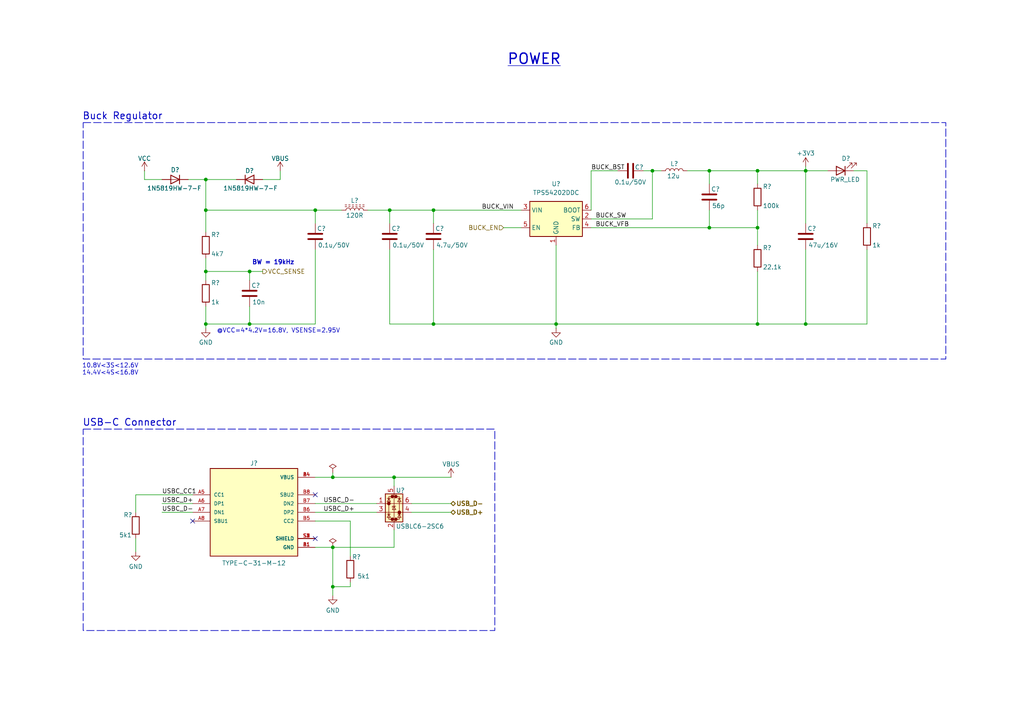
<source format=kicad_sch>
(kicad_sch (version 20250114) (generator "eeschema") (generator_version "9.0")
  (paper "A4")
  (title_block (title "STM32F405 ESC") (rev "0.0.1") (company "mangoByte"))
  (lib_symbols
    (symbol "Device:C" (pin_numbers (hide yes)) (pin_names (offset 0.254))
      (property "Reference" "C" (at 0.635 2.54 0))
      (property "Value" "C" (at 0.635 -2.54 0))
      (symbol "C_0_1"
        (polyline (pts (xy -2.032 0.762) (xy 2.032 0.762)) (stroke (width 0.508)))
        (polyline (pts (xy -2.032 -0.762) (xy 2.032 -0.762)) (stroke (width 0.508)))
      )
      (symbol "C_1_1"
        (pin passive line (at 0 3.81 270) (length 2.794) (name "~") (number "1"))
        (pin passive line (at 0 -3.81 90) (length 2.794) (name "~") (number "2"))
      )
    )
    (symbol "Device:D" (pin_numbers (hide yes)) (pin_names (offset 1.016) (hide yes))
      (property "Reference" "D" (at 0 2.54 0))
      (property "Value" "D" (at 0 -2.54 0))
      (symbol "D_0_1"
        (polyline (pts (xy -1.27 1.27) (xy -1.27 -1.27)) (stroke (width 0.254)))
        (polyline (pts (xy 1.27 1.27) (xy 1.27 -1.27) (xy -1.27 0) (xy 1.27 1.27)) (stroke (width 0.254)))
        (polyline (pts (xy 1.27 0) (xy -1.27 0)))
      )
      (symbol "D_1_1"
        (pin passive line (at -3.81 0 0) (length 2.54) (name "K") (number "1"))
        (pin passive line (at 3.81 0 180) (length 2.54) (name "A") (number "2"))
      )
    )
    (symbol "Device:LED" (pin_numbers (hide yes)) (pin_names (offset 1.016) (hide yes))
      (property "Reference" "D" (at 0 2.54 0))
      (property "Value" "LED" (at 0 -2.54 0))
      (symbol "LED_0_1"
        (polyline (pts (xy -3.048 -0.762) (xy -4.572 -2.286) (xy -3.81 -2.286) (xy -4.572 -2.286) (xy -4.572 -1.524)))
        (polyline (pts (xy -1.778 -0.762) (xy -3.302 -2.286) (xy -2.54 -2.286) (xy -3.302 -2.286) (xy -3.302 -1.524)))
        (polyline (pts (xy -1.27 0) (xy 1.27 0)))
        (polyline (pts (xy -1.27 -1.27) (xy -1.27 1.27)) (stroke (width 0.254)))
        (polyline (pts (xy 1.27 -1.27) (xy 1.27 1.27) (xy -1.27 0) (xy 1.27 -1.27)) (stroke (width 0.254)))
      )
      (symbol "LED_1_1"
        (pin passive line (at -3.81 0 0) (length 2.54) (name "K") (number "1"))
        (pin passive line (at 3.81 0 180) (length 2.54) (name "A") (number "2"))
      )
    )
    (symbol "Device:L_Ferrite" (pin_numbers (hide yes)) (pin_names (offset 1.016) (hide yes))
      (property "Reference" "L" (at -1.27 0 90))
      (property "Value" "L_Ferrite" (at 2.794 0 90))
      (symbol "L_Ferrite_0_1"
        (arc (start 0 2.54) (mid 0.6323 1.905) (end 0 1.27))
        (arc (start 0 1.27) (mid 0.6323 0.635) (end 0 0))
        (arc (start 0 0) (mid 0.6323 -0.635) (end 0 -1.27))
        (arc (start 0 -1.27) (mid 0.6323 -1.905) (end 0 -2.54))
        (polyline (pts (xy 1.016 2.286) (xy 1.016 2.794)))
        (polyline (pts (xy 1.016 1.27) (xy 1.016 1.778)))
        (polyline (pts (xy 1.016 0.254) (xy 1.016 0.762)))
        (polyline (pts (xy 1.016 -0.762) (xy 1.016 -0.254)))
        (polyline (pts (xy 1.016 -1.778) (xy 1.016 -1.27)))
        (polyline (pts (xy 1.016 -2.794) (xy 1.016 -2.286)))
        (polyline (pts (xy 1.524 2.794) (xy 1.524 2.286)))
        (polyline (pts (xy 1.524 1.778) (xy 1.524 1.27)))
        (polyline (pts (xy 1.524 0.762) (xy 1.524 0.254)))
        (polyline (pts (xy 1.524 -0.254) (xy 1.524 -0.762)))
        (polyline (pts (xy 1.524 -1.27) (xy 1.524 -1.778)))
        (polyline (pts (xy 1.524 -2.286) (xy 1.524 -2.794)))
      )
      (symbol "L_Ferrite_1_1"
        (pin passive line (at 0 3.81 270) (length 1.27) (name "1") (number "1"))
        (pin passive line (at 0 -3.81 90) (length 1.27) (name "2") (number "2"))
      )
    )
    (symbol "Device:R" (pin_numbers (hide yes)) (pin_names (offset 0))
      (property "Reference" "R" (at 2.032 0 90))
      (property "Value" "R" (at 0 0 90))
      (symbol "R_0_1"
        (rectangle (start -1.016 -2.54) (end 1.016 2.54) (stroke (width 0.254)))
      )
      (symbol "R_1_1"
        (pin passive line (at 0 3.81 270) (length 1.27) (name "~") (number "1"))
        (pin passive line (at 0 -3.81 90) (length 1.27) (name "~") (number "2"))
      )
    )
    (symbol "No silk screen devices:L" (pin_numbers (hide yes)) (pin_names (offset 1.016) (hide yes))
      (property "Reference" "L" (at -1.27 0 90))
      (property "Value" "L" (at 1.905 0 90))
      (symbol "L_0_1"
        (arc (start 0 2.54) (mid 0.6323 1.905) (end 0 1.27))
        (arc (start 0 1.27) (mid 0.6323 0.635) (end 0 0))
        (arc (start 0 0) (mid 0.6323 -0.635) (end 0 -1.27))
        (arc (start 0 -1.27) (mid 0.6323 -1.905) (end 0 -2.54))
      )
      (symbol "L_1_1"
        (pin passive line (at 0 3.81 270) (length 1.27) (name "1") (number "1"))
        (pin passive line (at 0 -3.81 90) (length 1.27) (name "2") (number "2"))
      )
    )
    (symbol "No silk screen devices:R" (pin_numbers (hide yes)) (pin_names (offset 0))
      (property "Reference" "R" (at 2.032 0 90))
      (property "Value" "R" (at 0 0 90))
      (symbol "R_0_1"
        (rectangle (start -1.016 -2.54) (end 1.016 2.54) (stroke (width 0.254)))
      )
      (symbol "R_1_1"
        (pin passive line (at 0 3.81 270) (length 1.27) (name "~") (number "1"))
        (pin passive line (at 0 -3.81 90) (length 1.27) (name "~") (number "2"))
      )
    )
    (symbol "Power_Protection:USBLC6-2SC6" (pin_names (hide yes))
      (property "Reference" "U" (at 0.635 5.715 0))
      (property "Value" "USBLC6-2SC6" (at 0.635 3.81 0))
      (symbol "USBLC6-2SC6_0_0"
        (circle (center -1.524 0) (radius 0.0001) (stroke (width 0.508)))
        (circle (center -0.508 2.032) (radius 0.0001) (stroke (width 0.508)))
        (circle (center -0.508 -4.572) (radius 0.0001) (stroke (width 0.508)))
        (circle (center 0.508 2.032) (radius 0.0001) (stroke (width 0.508)))
        (circle (center 0.508 -4.572) (radius 0.0001) (stroke (width 0.508)))
        (circle (center 1.524 -2.54) (radius 0.0001) (stroke (width 0.508)))
      )
      (symbol "USBLC6-2SC6_0_1"
        (polyline (pts (xy -2.54 0) (xy 2.54 0)))
        (polyline (pts (xy -2.54 -2.54) (xy 2.54 -2.54)))
        (polyline (pts (xy -2.032 0.508) (xy -1.016 0.508) (xy -1.524 1.524) (xy -2.032 0.508)))
        (polyline (pts (xy -2.032 -3.048) (xy -1.016 -3.048)))
        (polyline (pts (xy -1.016 1.524) (xy -2.032 1.524)))
        (polyline (pts (xy -1.016 -4.064) (xy -2.032 -4.064) (xy -1.524 -3.048) (xy -1.016 -4.064)))
        (polyline (pts (xy -0.508 -1.143) (xy -0.508 -0.762) (xy 0.508 -0.762)))
        (polyline (pts (xy 0 2.54) (xy -0.508 2.032) (xy 0.508 2.032) (xy 0 1.524) (xy 0 -4.064) (xy -0.508 -4.572) (xy 0.508 -4.572) (xy 0 -5.08)))
        (polyline (pts (xy 0.508 -1.778) (xy -0.508 -1.778) (xy 0 -0.762) (xy 0.508 -1.778)))
        (polyline (pts (xy 1.016 1.524) (xy 2.032 1.524)))
        (polyline (pts (xy 1.016 -3.048) (xy 2.032 -3.048)))
        (polyline (pts (xy 2.032 0.508) (xy 1.016 0.508) (xy 1.524 1.524) (xy 2.032 0.508)))
        (polyline (pts (xy 2.032 -4.064) (xy 1.016 -4.064) (xy 1.524 -3.048) (xy 2.032 -4.064)))
      )
      (symbol "USBLC6-2SC6_1_1"
        (rectangle (start -2.54 2.794) (end 2.54 -5.334) (stroke (width 0.254)) (fill (type background)))
        (polyline (pts (xy -0.508 2.032) (xy -1.524 2.032) (xy -1.524 -4.572) (xy -0.508 -4.572)))
        (polyline (pts (xy 0.508 -4.572) (xy 1.524 -4.572) (xy 1.524 2.032) (xy 0.508 2.032)))
        (pin passive line (at -5.08 0 0) (length 2.54) (name "I/O1") (number "1"))
        (pin passive line (at -5.08 -2.54 0) (length 2.54) (name "I/O2") (number "3"))
        (pin passive line (at 0 5.08 270) (length 2.54) (name "VBUS") (number "5"))
        (pin passive line (at 0 -7.62 90) (length 2.54) (name "GND") (number "2"))
        (pin passive line (at 5.08 0 180) (length 2.54) (name "I/O1") (number "6"))
        (pin passive line (at 5.08 -2.54 180) (length 2.54) (name "I/O2") (number "4"))
      )
    )
    (symbol "Regulator_Switching:TPS54202DDC"
      (property "Reference" "U" (at -7.62 6.35 0))
      (property "Value" "TPS54202DDC" (at 0 6.35 0))
      (symbol "TPS54202DDC_0_1"
        (rectangle (start -7.62 5.08) (end 7.62 -5.08) (stroke (width 0.254)) (fill (type background)))
      )
      (symbol "TPS54202DDC_1_1"
        (pin power_in line (at -10.16 2.54 0) (length 2.54) (name "VIN") (number "3"))
        (pin input line (at -10.16 -2.54 0) (length 2.54) (name "EN") (number "5"))
        (pin power_in line (at 0 -7.62 90) (length 2.54) (name "GND") (number "1"))
        (pin passive line (at 10.16 2.54 180) (length 2.54) (name "BOOT") (number "6"))
        (pin power_out line (at 10.16 0 180) (length 2.54) (name "SW") (number "2"))
        (pin input line (at 10.16 -2.54 180) (length 2.54) (name "FB") (number "4"))
      )
    )
    (symbol "TYPE-C-31-M-12:TYPE-C-31-M-12" (pin_names (offset 1.016))
      (property "Reference" "J" (at -12.7 13.462 0))
      (property "Value" "TYPE-C-31-M-12" (at -12.7 -13.462 0))
      (symbol "TYPE-C-31-M-12_0_0"
        (rectangle (start -12.7 -12.7) (end 12.7 12.7) (stroke (width 0.254)) (fill (type background)))
        (pin bidirectional line (at -17.78 5.08 0) (length 5.08) (name "CC1") (number "A5"))
        (pin bidirectional line (at -17.78 2.54 0) (length 5.08) (name "DP1") (number "A6"))
        (pin bidirectional line (at -17.78 0 0) (length 5.08) (name "DN1") (number "A7"))
        (pin bidirectional line (at -17.78 -2.54 0) (length 5.08) (name "SBU1") (number "A8"))
        (pin bidirectional line (at 17.78 5.08 180) (length 5.08) (name "SBU2") (number "B8"))
        (pin bidirectional line (at 17.78 2.54 180) (length 5.08) (name "DN2") (number "B7"))
        (pin bidirectional line (at 17.78 0 180) (length 5.08) (name "DP2") (number "B6"))
        (pin bidirectional line (at 17.78 -2.54 180) (length 5.08) (name "CC2") (number "B5"))
        (pin passive line (at 17.78 -7.62 180) (length 5.08) (name "SHIELD") (number "S1"))
        (pin passive line (at 17.78 -7.62 180) (length 5.08) (name "SHIELD") (number "S2"))
        (pin passive line (at 17.78 -7.62 180) (length 5.08) (name "SHIELD") (number "S3"))
        (pin passive line (at 17.78 -7.62 180) (length 5.08) (name "SHIELD") (number "S4"))
      )
      (symbol "TYPE-C-31-M-12_1_0"
        (pin power_in line (at 17.78 10.16 180) (length 5.08) (name "VBUS") (number "A4"))
        (pin power_in line (at 17.78 10.16 180) (length 5.08) (name "VBUS") (number "B4"))
        (pin power_in line (at 17.78 -10.16 180) (length 5.08) (name "GND") (number "A1"))
        (pin power_in line (at 17.78 -10.16 180) (length 5.08) (name "GND") (number "B1"))
      )
    )
    (symbol "power:+3V3" (power) (pin_numbers (hide yes)) (pin_names (offset 0) (hide yes))
      (property "Value" "+3V3" (at 0 3.556 0))
      (symbol "+3V3_0_1"
        (polyline (pts (xy -0.762 1.27) (xy 0 2.54)))
        (polyline (pts (xy 0 2.54) (xy 0.762 1.27)))
        (polyline (pts (xy 0 0) (xy 0 2.54)))
      )
      (symbol "+3V3_1_1"
        (pin power_in line (at 0 0 90) (length 0) (name "~") (number "1"))
      )
    )
    (symbol "power:GND" (power) (pin_numbers (hide yes)) (pin_names (offset 0) (hide yes))
      (property "Value" "GND" (at 0 -3.81 0))
      (symbol "GND_0_1"
        (polyline (pts (xy 0 0) (xy 0 -1.27) (xy 1.27 -1.27) (xy 0 -2.54) (xy -1.27 -1.27) (xy 0 -1.27)))
      )
      (symbol "GND_1_1"
        (pin power_in line (at 0 0 270) (length 0) (name "~") (number "1"))
      )
    )
    (symbol "power:PWR_FLAG" (power) (pin_numbers (hide yes)) (pin_names (offset 0) (hide yes))
      (property "Value" "PWR_FLAG" (at 0 3.81 0))
      (symbol "PWR_FLAG_0_0"
        (pin power_out line (at 0 0 90) (length 0) (name "~") (number "1"))
      )
      (symbol "PWR_FLAG_0_1"
        (polyline (pts (xy 0 0) (xy 0 1.27) (xy -1.016 1.905) (xy 0 2.54) (xy 1.016 1.905) (xy 0 1.27)))
      )
    )
    (symbol "power:VBUS" (power) (pin_numbers (hide yes)) (pin_names (offset 0) (hide yes))
      (property "Value" "VBUS" (at 0 3.556 0))
      (symbol "VBUS_0_1"
        (polyline (pts (xy -0.762 1.27) (xy 0 2.54)))
        (polyline (pts (xy 0 2.54) (xy 0.762 1.27)))
        (polyline (pts (xy 0 0) (xy 0 2.54)))
      )
      (symbol "VBUS_1_1"
        (pin power_in line (at 0 0 90) (length 0) (name "~") (number "1"))
      )
    )
    (symbol "power:VCC" (power) (pin_numbers (hide yes)) (pin_names (offset 0) (hide yes))
      (property "Value" "VCC" (at 0 3.556 0))
      (symbol "VCC_0_1"
        (polyline (pts (xy -0.762 1.27) (xy 0 2.54)))
        (polyline (pts (xy 0 2.54) (xy 0.762 1.27)))
        (polyline (pts (xy 0 0) (xy 0 2.54)))
      )
      (symbol "VCC_1_1"
        (pin power_in line (at 0 0 90) (length 0) (name "~") (number "1"))
      )
    )
  )
  (rectangle (start 24.13 35.56) (end 274.32 104.14) (stroke (width 0.2) (type dash)))
  (rectangle (start 24.13 124.46) (end 143.51 182.88) (stroke (width 0.2) (type dash)))
  (text "10.8V<3S<12.6V\n14.4V<4S<16.8V" (at 32.004 107.188 0) (effects (font (size 1.27 1.27))))
  (text "BW = 19kHz" (at 79.248 76.2 0) (effects (font (size 1.27 1.27) (thickness 0.254) (bold yes))))
  (text "USB-C Connector" (at 37.592 122.682 0) (effects (font (size 2 2) (thickness 0.254) (bold yes))))
  (text "POWER" (at 154.94 17.272 0) (effects (font (size 3 3) (thickness 0.4) (bold yes))))
  (text "@VCC=4*4.2V=16.8V, VSENSE=2.95V" (at 80.772 96.012 0) (effects (font (size 1.27 1.27))))
  (text "Buck Regulator" (at 35.56 33.782 0) (effects (font (size 2 2) (thickness 0.254) (bold yes))))
  (junction (at 59.69 60.96))
  (junction (at 205.74 49.53))
  (junction (at 96.52 138.43))
  (junction (at 205.74 66.04))
  (junction (at 91.44 60.96))
  (junction (at 233.68 49.53))
  (junction (at 59.69 93.98))
  (junction (at 113.03 60.96))
  (junction (at 125.73 60.96))
  (junction (at 96.52 158.75))
  (junction (at 114.3 138.43))
  (junction (at 219.71 93.98))
  (junction (at 189.23 49.53))
  (junction (at 233.68 93.98))
  (junction (at 72.39 93.98))
  (junction (at 219.71 66.04))
  (junction (at 96.52 170.18))
  (junction (at 72.39 78.74))
  (junction (at 219.71 49.53))
  (junction (at 59.69 52.07))
  (junction (at 125.73 93.98))
  (junction (at 59.69 78.74))
  (junction (at 161.29 93.98))
  (no_connect (at 91.44 143.51))
  (no_connect (at 55.88 151.13))
  (no_connect (at 91.44 156.21))
  (wire (pts (xy 72.39 88.9) (xy 72.39 93.98)))
  (wire (pts (xy 59.69 95.25) (xy 59.69 93.98)))
  (wire (pts (xy 199.39 49.53) (xy 205.74 49.53)))
  (wire (pts (xy 59.69 52.07) (xy 59.69 60.96)))
  (wire (pts (xy 219.71 49.53) (xy 233.68 49.53)))
  (wire (pts (xy 101.6 151.13) (xy 101.6 161.29)))
  (wire (pts (xy 39.37 143.51) (xy 39.37 148.59)))
  (wire (pts (xy 113.03 60.96) (xy 113.03 64.77)))
  (wire (pts (xy 171.45 49.53) (xy 179.07 49.53)))
  (wire (pts (xy 161.29 93.98) (xy 161.29 95.25)))
  (wire (pts (xy 233.68 48.26) (xy 233.68 49.53)))
  (wire (pts (xy 114.3 138.43) (xy 130.81 138.43)))
  (wire (pts (xy 219.71 66.04) (xy 219.71 71.12)))
  (wire (pts (xy 125.73 93.98) (xy 161.29 93.98)))
  (polyline (pts (xy 147.32 19.05) (xy 162.56 19.05)))
  (wire (pts (xy 219.71 53.34) (xy 219.71 49.53)))
  (wire (pts (xy 91.44 146.05) (xy 109.22 146.05)))
  (wire (pts (xy 59.69 81.28) (xy 59.69 78.74)))
  (wire (pts (xy 125.73 60.96) (xy 151.13 60.96)))
  (wire (pts (xy 91.44 151.13) (xy 101.6 151.13)))
  (wire (pts (xy 72.39 81.28) (xy 72.39 78.74)))
  (wire (pts (xy 125.73 60.96) (xy 125.73 64.77)))
  (wire (pts (xy 171.45 66.04) (xy 205.74 66.04)))
  (wire (pts (xy 247.65 49.53) (xy 251.46 49.53)))
  (wire (pts (xy 96.52 138.43) (xy 114.3 138.43)))
  (wire (pts (xy 119.38 146.05) (xy 130.81 146.05)))
  (wire (pts (xy 91.44 60.96) (xy 99.06 60.96)))
  (wire (pts (xy 96.52 170.18) (xy 96.52 172.72)))
  (wire (pts (xy 72.39 78.74) (xy 76.2 78.74)))
  (wire (pts (xy 41.91 52.07) (xy 46.99 52.07)))
  (wire (pts (xy 113.03 60.96) (xy 125.73 60.96)))
  (wire (pts (xy 106.68 60.96) (xy 113.03 60.96)))
  (wire (pts (xy 113.03 93.98) (xy 125.73 93.98)))
  (wire (pts (xy 114.3 153.67) (xy 114.3 158.75)))
  (wire (pts (xy 54.61 52.07) (xy 59.69 52.07)))
  (wire (pts (xy 91.44 138.43) (xy 96.52 138.43)))
  (wire (pts (xy 91.44 148.59) (xy 109.22 148.59)))
  (wire (pts (xy 114.3 138.43) (xy 114.3 140.97)))
  (wire (pts (xy 46.99 148.59) (xy 55.88 148.59)))
  (wire (pts (xy 113.03 72.39) (xy 113.03 93.98)))
  (wire (pts (xy 219.71 93.98) (xy 161.29 93.98)))
  (wire (pts (xy 219.71 60.96) (xy 219.71 66.04)))
  (wire (pts (xy 91.44 93.98) (xy 72.39 93.98)))
  (wire (pts (xy 101.6 168.91) (xy 101.6 170.18)))
  (wire (pts (xy 96.52 137.16) (xy 96.52 138.43)))
  (wire (pts (xy 171.45 63.5) (xy 189.23 63.5)))
  (wire (pts (xy 59.69 60.96) (xy 91.44 60.96)))
  (wire (pts (xy 119.38 148.59) (xy 130.81 148.59)))
  (wire (pts (xy 251.46 49.53) (xy 251.46 64.77)))
  (wire (pts (xy 76.2 52.07) (xy 81.28 52.07)))
  (wire (pts (xy 233.68 64.77) (xy 233.68 49.53)))
  (wire (pts (xy 101.6 170.18) (xy 96.52 170.18)))
  (wire (pts (xy 161.29 71.12) (xy 161.29 93.98)))
  (wire (pts (xy 46.99 146.05) (xy 55.88 146.05)))
  (wire (pts (xy 81.28 49.53) (xy 81.28 52.07)))
  (wire (pts (xy 59.69 78.74) (xy 59.69 74.93)))
  (wire (pts (xy 72.39 93.98) (xy 59.69 93.98)))
  (wire (pts (xy 91.44 72.39) (xy 91.44 93.98)))
  (wire (pts (xy 219.71 78.74) (xy 219.71 93.98)))
  (wire (pts (xy 96.52 158.75) (xy 96.52 170.18)))
  (wire (pts (xy 205.74 60.96) (xy 205.74 66.04)))
  (wire (pts (xy 41.91 49.53) (xy 41.91 52.07)))
  (wire (pts (xy 125.73 72.39) (xy 125.73 93.98)))
  (wire (pts (xy 151.13 66.04) (xy 146.05 66.04)))
  (wire (pts (xy 189.23 49.53) (xy 189.23 63.5)))
  (wire (pts (xy 55.88 143.51) (xy 39.37 143.51)))
  (wire (pts (xy 59.69 52.07) (xy 68.58 52.07)))
  (wire (pts (xy 189.23 49.53) (xy 191.77 49.53)))
  (wire (pts (xy 205.74 49.53) (xy 205.74 53.34)))
  (wire (pts (xy 251.46 72.39) (xy 251.46 93.98)))
  (wire (pts (xy 91.44 60.96) (xy 91.44 64.77)))
  (wire (pts (xy 189.23 49.53) (xy 186.69 49.53)))
  (wire (pts (xy 233.68 93.98) (xy 251.46 93.98)))
  (wire (pts (xy 233.68 72.39) (xy 233.68 93.98)))
  (wire (pts (xy 171.45 49.53) (xy 171.45 60.96)))
  (wire (pts (xy 219.71 93.98) (xy 233.68 93.98)))
  (wire (pts (xy 59.69 93.98) (xy 59.69 88.9)))
  (wire (pts (xy 91.44 158.75) (xy 96.52 158.75)))
  (wire (pts (xy 39.37 160.02) (xy 39.37 156.21)))
  (wire (pts (xy 72.39 78.74) (xy 59.69 78.74)))
  (wire (pts (xy 205.74 49.53) (xy 219.71 49.53)))
  (wire (pts (xy 114.3 158.75) (xy 96.52 158.75)))
  (wire (pts (xy 205.74 66.04) (xy 219.71 66.04)))
  (wire (pts (xy 59.69 67.31) (xy 59.69 60.96)))
  (wire (pts (xy 233.68 49.53) (xy 240.03 49.53)))
  (label "USBC_D+" (at 102.87 148.59 180))
  (label "USBC_CC1" (at 46.99 143.51 0))
  (label "USBC_D+" (at 46.99 146.05 0))
  (label "USBC_D-" (at 102.87 146.05 180))
  (label "BUCK_SW" (at 172.72 63.5 0))
  (label "BUCK_VIN" (at 139.7 60.96 0))
  (label "BUCK_VFB" (at 172.72 66.04 0))
  (label "BUCK_BST" (at 171.45 49.53 0))
  (label "USBC_D-" (at 46.99 148.59 0))
  (hierarchical_label "VCC_SENSE" (shape output) (at 76.2 78.74 0))
  (hierarchical_label "BUCK_EN" (shape input) (at 146.05 66.04 180))
  (hierarchical_label "USB_D-" (shape bidirectional) (at 130.81 146.05 0) (effects (font (thickness 0.254) (bold yes))))
  (hierarchical_label "USB_D+" (shape bidirectional) (at 130.81 148.59 0) (effects (font (thickness 0.254) (bold yes))))
  (symbol (lib_id "No silk screen devices:R") (at 219.71 57.15 0) (unit 1)
    (property "Reference" "R?" (at 221.234 54.102 0) (effects (justify left)))
    (property "Value" "100k" (at 221.234 59.69 0) (effects (justify left)))
    (property "Footprint" "No Silkscreen:R_0402_1005Metric" (effects (hide yes)))
    (property "Description" "Resistor" (effects (hide yes)))
  )
  (symbol (lib_id "Device:LED") (at 243.84 49.53 180) (unit 1)
    (property "Reference" "D?" (at 245.364 45.974 0))
    (property "Value" "PWR_LED" (at 245.11 52.07 0))
    (property "Description" "Light emitting diode" (effects (hide yes)))
    (property "Sim.Pins" "1=K 2=A" (effects (hide yes)))
  )
  (symbol (lib_id "power:VBUS") (at 81.28 49.53 0) (unit 1)
    (property "Reference" "#PWR029" (effects (hide yes)))
    (property "Value" "VBUS" (at 81.28 45.974 0))
    (property "Description" "Power symbol creates a global label with name \"VBUS\"" (effects (hide yes)))
  )
  (symbol (lib_id "No silk screen devices:R") (at 59.69 71.12 0) (unit 1)
    (property "Reference" "R?" (at 61.214 68.072 0) (effects (justify left)))
    (property "Value" "4k7" (at 61.214 73.66 0) (effects (justify left)))
    (property "Footprint" "No Silkscreen:R_0402_1005Metric" (effects (hide yes)))
    (property "Description" "Resistor" (effects (hide yes)))
  )
  (symbol (lib_id "power:+3V3") (at 233.68 48.26 0) (unit 1)
    (property "Reference" "#PWR028" (effects (hide yes)))
    (property "Value" "+3V3" (at 233.68 44.45 0))
    (property "Description" "Power symbol creates a global label with name \"+3V3\"" (effects (hide yes)))
  )
  (symbol (lib_id "Device:R") (at 101.6 165.1 0) (unit 1)
    (property "Reference" "R?" (at 102.108 161.544 0) (effects (justify left)))
    (property "Value" "5k1" (at 103.632 167.132 0) (effects (justify left)))
    (property "Footprint" "No_silkscreen:R_0402_1005Metric" (effects (hide yes)))
    (property "Description" "Resistor" (effects (hide yes)))
  )
  (symbol (lib_id "Device:C") (at 72.39 85.09 0) (unit 1)
    (property "Reference" "C?" (at 72.898 82.804 0) (effects (justify left)))
    (property "Value" "10n" (at 73.152 87.63 0) (effects (justify left)))
    (property "Footprint" "No Silkscreen:C_0402_1005Metric" (effects (hide yes)))
    (property "Description" "Unpolarized capacitor" (effects (hide yes)))
  )
  (symbol (lib_id "No silk screen devices:L") (at 195.58 49.53 90) (unit 1)
    (property "Reference" "L?" (at 195.58 47.498 90))
    (property "Value" "12u" (at 195.326 51.054 90))
    (property "Footprint" "Inductor_SMD:L_APV_ANR4020" (effects (hide yes)))
    (property "Description" "Inductor" (effects (hide yes)))
  )
  (symbol (lib_id "Regulator_Switching:TPS54202DDC") (at 161.29 63.5 0) (unit 1)
    (property "Reference" "U?" (at 161.29 53.34 0))
    (property "Value" "TPS54202DDC" (at 161.29 55.88 0))
    (property "Footprint" "Package_TO_SOT_SMD:SOT-23-6" (effects (hide yes)))
    (property "Datasheet" "http://www.ti.com/lit/ds/symlink/tps54202.pdf" (effects (hide yes)))
    (property "Description" "2A, 4.5 to 28V Input, EMI Friendly integrated switch synchronous step-down regulator, pulse-skipping, SOT-23-6" (effects (hide yes)))
  )
  (symbol (lib_id "Device:C") (at 182.88 49.53 90) (unit 1)
    (property "Reference" "C?" (at 186.69 48.514 90) (effects (justify left)))
    (property "Value" "0.1u/50V" (at 187.452 52.832 90) (effects (justify left)))
    (property "Footprint" "No Silkscreen:C_0603_1608Metric" (effects (hide yes)))
    (property "Description" "Unpolarized capacitor" (effects (hide yes)))
  )
  (symbol (lib_id "power:PWR_FLAG") (at 96.52 158.75 0) (unit 1)
    (property "Reference" "#FLG?" (effects (hide yes)))
    (property "Value" "PWR_FLAG" (effects (hide yes)))
    (property "Description" "Special symbol for telling ERC where power comes from" (effects (hide yes)))
    (instances (project "" (path "" (reference "#FLG?") (unit 1))) (project "demonSpawn" (path "" (reference "#FLG03") (unit 1))))
  )
  (symbol (lib_id "power:GND") (at 161.29 95.25 0) (unit 1)
    (property "Reference" "#PWR027" (effects (hide yes)))
    (property "Value" "GND" (at 161.29 99.314 0))
    (property "Description" "Power symbol creates a global label with name \"GND\" , ground" (effects (hide yes)))
  )
  (symbol (lib_id "power:GND") (at 59.69 95.25 0) (unit 1)
    (property "Reference" "#PWR026" (effects (hide yes)))
    (property "Value" "GND" (at 59.69 99.314 0))
    (property "Description" "Power symbol creates a global label with name \"GND\" , ground" (effects (hide yes)))
  )
  (symbol (lib_id "Device:D") (at 50.8 52.07 180) (unit 1)
    (property "Reference" "D?" (at 50.8 49.276 0))
    (property "Value" "1N5819HW-7-F" (at 50.546 54.61 0))
    (property "Description" "Diode" (effects (hide yes)))
    (property "Sim.Device" "D" (effects (hide yes)))
    (property "Sim.Pins" "1=K 2=A" (effects (hide yes)))
  )
  (symbol (lib_id "Device:C") (at 233.68 68.58 0) (unit 1)
    (property "Reference" "C?" (at 234.188 66.294 0) (effects (justify left)))
    (property "Value" "47u/16V" (at 234.442 71.12 0) (effects (justify left)))
    (property "Footprint" "No Silkscreen:C_0805_2012Metric" (effects (hide yes)))
    (property "Description" "Unpolarized capacitor" (effects (hide yes)))
  )
  (symbol (lib_id "power:PWR_FLAG") (at 96.52 137.16 0) (unit 1)
    (property "Reference" "#FLG?" (effects (hide yes)))
    (property "Value" "PWR_FLAG" (effects (hide yes)))
    (property "Description" "Special symbol for telling ERC where power comes from" (effects (hide yes)))
    (instances (project "" (path "" (reference "#FLG?") (unit 1))) (project "demonSpawn" (path "" (reference "#FLG01") (unit 1))))
  )
  (symbol (lib_id "Device:C") (at 125.73 68.58 0) (unit 1)
    (property "Reference" "C?" (at 126.238 66.294 0) (effects (justify left)))
    (property "Value" "4.7u/50V" (at 126.492 71.12 0) (effects (justify left)))
    (property "Footprint" "No Silkscreen:C_0805_2012Metric" (effects (hide yes)))
    (property "Description" "Unpolarized capacitor" (effects (hide yes)))
  )
  (symbol (lib_id "Device:L_Ferrite") (at 102.87 60.96 90) (unit 1)
    (property "Reference" "L?" (at 102.87 58.166 90))
    (property "Value" "120R" (at 102.87 62.484 90))
    (property "Description" "Inductor with ferrite core" (effects (hide yes)))
  )
  (symbol (lib_id "power:GND") (at 96.52 172.72 0) (unit 1)
    (property "Reference" "#PWR?" (effects (hide yes)))
    (property "Value" "GND" (at 96.52 177.038 0))
    (property "Description" "Power symbol creates a global label with name \"GND\" , ground" (effects (hide yes)))
    (instances (project "" (path "" (reference "#PWR?") (unit 1))) (project "demonSpawn" (path "" (reference "#PWR09") (unit 1))))
  )
  (symbol (lib_id "TYPE-C-31-M-12:TYPE-C-31-M-12") (at 73.66 148.59 0) (unit 1)
    (property "Reference" "J?" (at 73.66 134.366 0))
    (property "Value" "TYPE-C-31-M-12" (at 73.66 163.322 0))
    (property "Footprint" "TYPE-C-31-M-12:HRO_TYPE-C-31-M-12" (effects (hide yes)))
    (property "MF" "HRO Electronics Co., Ltd." (effects (hide yes)))
    (property "MAXIMUM_PACKAGE_HEIGHT" "3.26 mm" (effects (hide yes)))
    (property "Package" "Package" (effects (hide yes)))
    (property "Price" "None" (effects (hide yes)))
    (property "Check_prices" "https://www.snapeda.com/parts/TYPE-C-31-M-12/HRO+Electronics+Co.%252C+Ltd./view-part/?ref=eda" (effects (hide yes)))
    (property "STANDARD" "Manufacturer Recommendations" (effects (hide yes)))
    (property "PARTREV" "2020.12.08" (effects (hide yes)))
    (property "SnapEDA_Link" "https://www.snapeda.com/parts/TYPE-C-31-M-12/HRO+Electronics+Co.%252C+Ltd./view-part/?ref=snap" (effects (hide yes)))
    (property "MP" "TYPE-C-31-M-12" (effects (hide yes)))
    (property "Description_1" "USB Connectors 24 Receptacle 1 8.94*7.3mm RoHS" (effects (hide yes)))
    (property "SNAPEDA_PN" "TYPE-C-31-M-12" (effects (hide yes)))
    (property "Availability" "Not in stock" (effects (hide yes)))
    (property "MANUFACTURER" "HRO Electronics Co., Ltd." (effects (hide yes)))
    (instances (project "" (path "" (reference "J?") (unit 1))) (project "demonSpawn" (path "" (reference "J1") (unit 1))))
  )
  (symbol (lib_id "No silk screen devices:R") (at 219.71 74.93 0) (unit 1)
    (property "Reference" "R?" (at 221.234 71.882 0) (effects (justify left)))
    (property "Value" "22.1k" (at 221.234 77.47 0) (effects (justify left)))
    (property "Footprint" "No Silkscreen:R_0402_1005Metric" (effects (hide yes)))
    (property "Description" "Resistor" (effects (hide yes)))
  )
  (symbol (lib_id "Device:D") (at 72.39 52.07 0) (unit 1)
    (property "Reference" "D?" (at 72.39 49.53 0))
    (property "Value" "1N5819HW-7-F" (at 72.644 54.61 0))
    (property "Description" "Diode" (effects (hide yes)))
    (property "Sim.Device" "D" (effects (hide yes)))
    (property "Sim.Pins" "1=K 2=A" (effects (hide yes)))
  )
  (symbol (lib_id "No silk screen devices:R") (at 251.46 68.58 0) (unit 1)
    (property "Reference" "R?" (at 252.984 65.532 0) (effects (justify left)))
    (property "Value" "1k" (at 252.984 71.12 0) (effects (justify left)))
    (property "Footprint" "No Silkscreen:R_0402_1005Metric" (effects (hide yes)))
    (property "Description" "Resistor" (effects (hide yes)))
  )
  (symbol (lib_id "Device:R") (at 39.37 152.4 0) (unit 1)
    (property "Reference" "R?" (at 35.814 149.352 0) (effects (justify left)))
    (property "Value" "5k1" (at 34.544 155.194 0) (effects (justify left)))
    (property "Footprint" "No_silkscreen:R_0402_1005Metric" (effects (hide yes)))
    (property "Description" "Resistor" (effects (hide yes)))
  )
  (symbol (lib_id "power:VCC") (at 41.91 49.53 0) (unit 1)
    (property "Reference" "#PWR025" (effects (hide yes)))
    (property "Value" "VCC" (at 41.91 45.974 0))
    (property "Description" "Power symbol creates a global label with name \"VCC\"" (effects (hide yes)))
  )
  (symbol (lib_id "Device:C") (at 205.74 57.15 0) (unit 1)
    (property "Reference" "C?" (at 206.248 54.864 0) (effects (justify left)))
    (property "Value" "56p" (at 206.502 59.69 0) (effects (justify left)))
    (property "Footprint" "No Silkscreen:C_0402_1005Metric" (effects (hide yes)))
    (property "Description" "Unpolarized capacitor" (effects (hide yes)))
  )
  (symbol (lib_id "Device:C") (at 91.44 68.58 0) (unit 1)
    (property "Reference" "C?" (at 91.948 66.294 0) (effects (justify left)))
    (property "Value" "0.1u/50V" (at 92.202 71.12 0) (effects (justify left)))
    (property "Footprint" "No Silkscreen:C_0603_1608Metric" (effects (hide yes)))
    (property "Description" "Unpolarized capacitor" (effects (hide yes)))
  )
  (symbol (lib_id "Power_Protection:USBLC6-2SC6") (at 114.3 146.05 0) (unit 1)
    (property "Reference" "U?" (at 114.808 142.24 0) (effects (justify left)))
    (property "Value" "USBLC6-2SC6" (at 114.808 152.654 0) (effects (justify left)))
    (property "Footprint" "Package_TO_SOT_SMD:SOT-23-6" (effects (hide yes)))
    (property "Datasheet" "https://www.st.com/resource/en/datasheet/usblc6-2.pdf" (effects (hide yes)))
    (property "Description" "Very low capacitance ESD protection diode, 2 data-line, SOT-23-6" (effects (hide yes)))
    (instances (project "" (path "" (reference "U?") (unit 1))) (project "demonSpawn" (path "" (reference "U6") (unit 1))))
  )
  (symbol (lib_id "Device:C") (at 113.03 68.58 0) (unit 1)
    (property "Reference" "C?" (at 113.538 66.294 0) (effects (justify left)))
    (property "Value" "0.1u/50V" (at 113.792 71.12 0) (effects (justify left)))
    (property "Footprint" "No Silkscreen:C_0603_1608Metric" (effects (hide yes)))
    (property "Description" "Unpolarized capacitor" (effects (hide yes)))
  )
  (symbol (lib_id "power:VBUS") (at 130.81 138.43 0) (unit 1)
    (property "Reference" "#PWR?" (effects (hide yes)))
    (property "Value" "VBUS" (at 130.81 134.62 0))
    (property "Description" "Power symbol creates a global label with name \"VBUS\"" (effects (hide yes)))
    (instances (project "" (path "" (reference "#PWR?") (unit 1))) (project "demonSpawn" (path "" (reference "#PWR052") (unit 1))))
  )
  (symbol (lib_id "No silk screen devices:R") (at 59.69 85.09 0) (unit 1)
    (property "Reference" "R?" (at 61.214 82.042 0) (effects (justify left)))
    (property "Value" "1k" (at 61.214 87.63 0) (effects (justify left)))
    (property "Footprint" "No Silkscreen:R_0402_1005Metric" (effects (hide yes)))
    (property "Description" "Resistor" (effects (hide yes)))
  )
  (symbol (lib_id "power:GND") (at 39.37 160.02 0) (unit 1)
    (property "Reference" "#PWR?" (effects (hide yes)))
    (property "Value" "GND" (at 39.37 164.338 0))
    (property "Description" "Power symbol creates a global label with name \"GND\" , ground" (effects (hide yes)))
    (instances (project "" (path "" (reference "#PWR?") (unit 1))) (project "demonSpawn" (path "" (reference "#PWR01") (unit 1))))
  )
)
</source>
